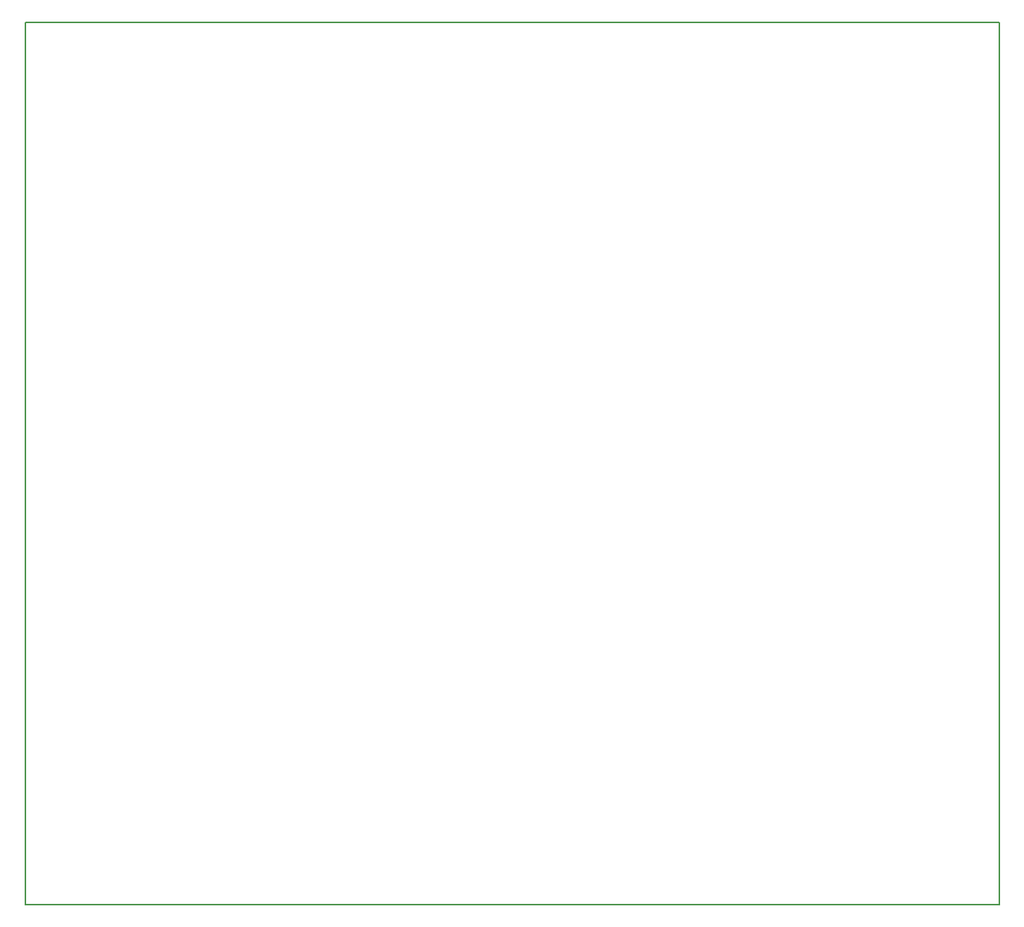
<source format=gbr>
G04 #@! TF.GenerationSoftware,KiCad,Pcbnew,5.1.2-f72e74a~84~ubuntu19.04.1*
G04 #@! TF.CreationDate,2019-04-28T09:03:05-05:00*
G04 #@! TF.ProjectId,open-dash-daughterboard,6f70656e-2d64-4617-9368-2d6461756768,rev?*
G04 #@! TF.SameCoordinates,Original*
G04 #@! TF.FileFunction,Profile,NP*
%FSLAX46Y46*%
G04 Gerber Fmt 4.6, Leading zero omitted, Abs format (unit mm)*
G04 Created by KiCad (PCBNEW 5.1.2-f72e74a~84~ubuntu19.04.1) date 2019-04-28 09:03:05*
%MOMM*%
%LPD*%
G04 APERTURE LIST*
%ADD10C,0.150000*%
G04 APERTURE END LIST*
D10*
X68021200Y-44780200D02*
X68021200Y-144805400D01*
X178460400Y-44780200D02*
X68021200Y-44780200D01*
X178435000Y-144805400D02*
X178460400Y-44780200D01*
X68021200Y-144805400D02*
X178435000Y-144805400D01*
M02*

</source>
